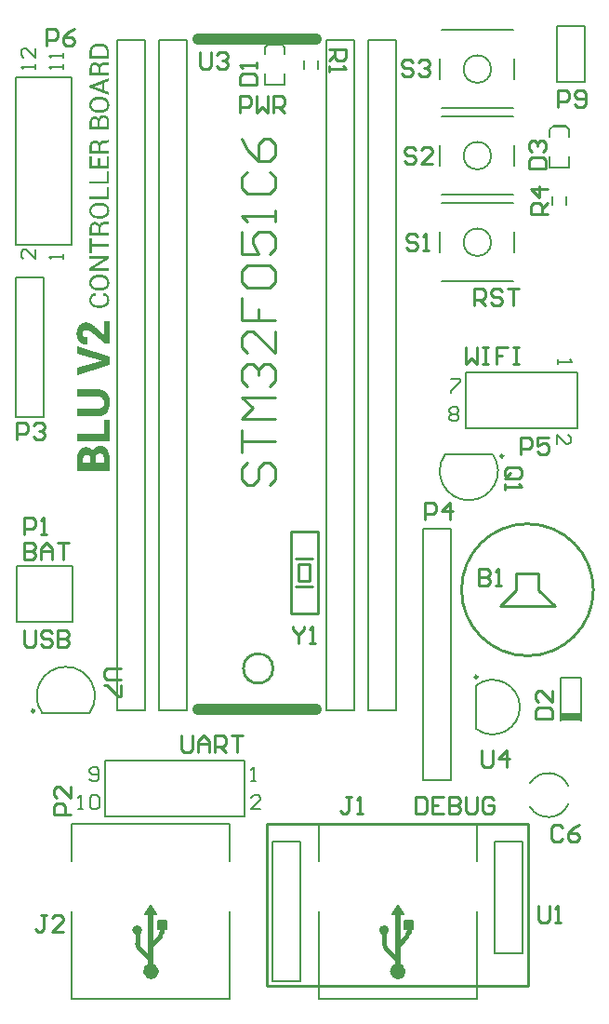
<source format=gto>
G04 Layer_Color=65535*
%FSLAX44Y44*%
%MOMM*%
G71*
G01*
G75*
%ADD34C,0.2000*%
%ADD35C,0.2500*%
%ADD36C,0.8890*%
%ADD37C,0.5080*%
%ADD38C,0.3810*%
%ADD39C,0.1270*%
%ADD40C,0.2540*%
%ADD41C,1.0000*%
%ADD42C,0.2032*%
%ADD43R,1.9000X0.8000*%
G36*
X94864Y724094D02*
X95128Y724064D01*
X95450Y724006D01*
X95831Y723947D01*
X96211Y723859D01*
X96621Y723772D01*
X97061Y723625D01*
X97529Y723479D01*
X97969Y723274D01*
X98437Y723039D01*
X98876Y722776D01*
X99316Y722454D01*
X99726Y722102D01*
X99755Y722073D01*
X99813Y722014D01*
X99931Y721897D01*
X100048Y721751D01*
X100224Y721546D01*
X100399Y721311D01*
X100575Y721019D01*
X100780Y720696D01*
X100985Y720345D01*
X101161Y719964D01*
X101336Y719525D01*
X101512Y719056D01*
X101629Y718559D01*
X101746Y718031D01*
X101805Y717475D01*
X101834Y716889D01*
Y716860D01*
Y716743D01*
X101805Y716597D01*
Y716362D01*
X101776Y716099D01*
X101717Y715806D01*
X101659Y715454D01*
X101571Y715074D01*
X101454Y714693D01*
X101307Y714283D01*
X101161Y713844D01*
X100956Y713434D01*
X100692Y713024D01*
X100429Y712584D01*
X100106Y712204D01*
X99726Y711823D01*
X99696Y711794D01*
X99638Y711735D01*
X99491Y711647D01*
X99345Y711530D01*
X99140Y711384D01*
X98876Y711208D01*
X98583Y711032D01*
X98232Y710856D01*
X97881Y710681D01*
X97471Y710505D01*
X97031Y710329D01*
X96533Y710183D01*
X96036Y710066D01*
X95479Y709978D01*
X94923Y709919D01*
X94308Y709890D01*
X90852D01*
X90618Y709919D01*
X90354Y709949D01*
X90032Y710007D01*
X89681Y710066D01*
X89270Y710124D01*
X88421Y710359D01*
X87982Y710505D01*
X87513Y710710D01*
X87074Y710915D01*
X86606Y711179D01*
X86166Y711471D01*
X85756Y711823D01*
X85727Y711852D01*
X85668Y711911D01*
X85551Y712028D01*
X85405Y712174D01*
X85258Y712379D01*
X85083Y712614D01*
X84878Y712877D01*
X84673Y713170D01*
X84468Y713521D01*
X84263Y713902D01*
X84087Y714312D01*
X83940Y714781D01*
X83794Y715249D01*
X83677Y715776D01*
X83618Y716304D01*
X83589Y716889D01*
Y716919D01*
Y717036D01*
Y717212D01*
X83618Y717417D01*
X83648Y717709D01*
X83706Y718002D01*
X83765Y718354D01*
X83853Y718764D01*
X83970Y719144D01*
X84116Y719584D01*
X84292Y720023D01*
X84497Y720462D01*
X84760Y720872D01*
X85053Y721311D01*
X85375Y721721D01*
X85756Y722102D01*
X85786Y722132D01*
X85844Y722190D01*
X85961Y722278D01*
X86137Y722424D01*
X86342Y722571D01*
X86606Y722747D01*
X86898Y722922D01*
X87220Y723127D01*
X87601Y723303D01*
X88011Y723479D01*
X88450Y723654D01*
X88948Y723801D01*
X89446Y723947D01*
X90003Y724035D01*
X90559Y724094D01*
X91174Y724123D01*
X94630D01*
X94864Y724094D01*
D02*
G37*
G36*
X101600Y705028D02*
X101571Y704999D01*
X101512Y704941D01*
X101424Y704882D01*
X101307Y704765D01*
X101131Y704677D01*
X100926Y704560D01*
X100663Y704472D01*
X100399Y704413D01*
X100370D01*
X100253Y704384D01*
X100106D01*
X99872Y704355D01*
X99638Y704325D01*
X99345D01*
X98730Y704296D01*
X96885D01*
X96621Y704267D01*
X96299Y704179D01*
X95919Y704091D01*
X95538Y703945D01*
X95157Y703740D01*
X94806Y703447D01*
X94776Y703418D01*
X94659Y703300D01*
X94513Y703095D01*
X94366Y702861D01*
X94191Y702510D01*
X94073Y702129D01*
X93956Y701690D01*
X93927Y701192D01*
Y697063D01*
X101600D01*
Y694661D01*
X83853D01*
Y700753D01*
Y700782D01*
Y700870D01*
Y701046D01*
X83882Y701221D01*
Y701485D01*
X83911Y701748D01*
X83970Y702070D01*
X84028Y702393D01*
X84175Y703095D01*
X84409Y703857D01*
X84731Y704560D01*
X84936Y704882D01*
X85170Y705175D01*
Y705204D01*
X85229Y705233D01*
X85317Y705321D01*
X85405Y705409D01*
X85551Y705526D01*
X85698Y705673D01*
X86108Y705966D01*
X86664Y706229D01*
X87308Y706493D01*
X88041Y706668D01*
X88480Y706698D01*
X88919Y706727D01*
X89153D01*
X89417Y706698D01*
X89739Y706639D01*
X90120Y706551D01*
X90500Y706434D01*
X90911Y706258D01*
X91320Y706024D01*
X91350Y705995D01*
X91496Y705907D01*
X91672Y705731D01*
X91877Y705497D01*
X92141Y705204D01*
X92404Y704853D01*
X92668Y704443D01*
X92902Y703945D01*
Y703974D01*
X92931Y704003D01*
X92990Y704179D01*
X93107Y704443D01*
X93283Y704765D01*
X93488Y705116D01*
X93751Y705468D01*
X94073Y705790D01*
X94454Y706053D01*
X94513Y706083D01*
X94630Y706141D01*
X94864Y706258D01*
X95186Y706376D01*
X95567Y706493D01*
X96006Y706610D01*
X96533Y706668D01*
X97090Y706698D01*
X99052D01*
X99257Y706727D01*
X99491D01*
X99726Y706786D01*
X100253Y706873D01*
X100282D01*
X100370Y706903D01*
X100487Y706961D01*
X100634Y707020D01*
X100956Y707196D01*
X101307Y707488D01*
X101600D01*
Y705028D01*
D02*
G37*
G36*
X85756Y686285D02*
X101600D01*
Y683884D01*
X85756D01*
Y678114D01*
X83853D01*
Y692142D01*
X85756D01*
Y686285D01*
D02*
G37*
G36*
X101600Y727608D02*
X83853D01*
Y730010D01*
X99726D01*
Y738678D01*
X101600D01*
Y727608D01*
D02*
G37*
G36*
Y779240D02*
X101571Y779210D01*
X101512Y779152D01*
X101424Y779093D01*
X101307Y778976D01*
X101131Y778888D01*
X100926Y778771D01*
X100663Y778683D01*
X100399Y778625D01*
X100370D01*
X100253Y778595D01*
X100106D01*
X99872Y778566D01*
X99638Y778537D01*
X99345D01*
X98730Y778508D01*
X96885D01*
X96621Y778478D01*
X96299Y778390D01*
X95919Y778303D01*
X95538Y778156D01*
X95157Y777951D01*
X94806Y777658D01*
X94776Y777629D01*
X94659Y777512D01*
X94513Y777307D01*
X94366Y777073D01*
X94191Y776721D01*
X94073Y776340D01*
X93956Y775901D01*
X93927Y775403D01*
Y771274D01*
X101600D01*
Y768872D01*
X83853D01*
Y774964D01*
Y774993D01*
Y775081D01*
Y775257D01*
X83882Y775432D01*
Y775696D01*
X83911Y775960D01*
X83970Y776282D01*
X84028Y776604D01*
X84175Y777307D01*
X84409Y778068D01*
X84731Y778771D01*
X84936Y779093D01*
X85170Y779386D01*
Y779415D01*
X85229Y779445D01*
X85317Y779532D01*
X85405Y779620D01*
X85551Y779737D01*
X85698Y779884D01*
X86108Y780177D01*
X86664Y780440D01*
X87308Y780704D01*
X88041Y780880D01*
X88480Y780909D01*
X88919Y780938D01*
X89153D01*
X89417Y780909D01*
X89739Y780850D01*
X90120Y780762D01*
X90500Y780645D01*
X90911Y780470D01*
X91320Y780235D01*
X91350Y780206D01*
X91496Y780118D01*
X91672Y779942D01*
X91877Y779708D01*
X92141Y779415D01*
X92404Y779064D01*
X92668Y778654D01*
X92902Y778156D01*
Y778185D01*
X92931Y778215D01*
X92990Y778390D01*
X93107Y778654D01*
X93283Y778976D01*
X93488Y779327D01*
X93751Y779679D01*
X94073Y780001D01*
X94454Y780265D01*
X94513Y780294D01*
X94630Y780352D01*
X94864Y780470D01*
X95186Y780587D01*
X95567Y780704D01*
X96006Y780821D01*
X96533Y780880D01*
X97090Y780909D01*
X99052D01*
X99257Y780938D01*
X99491D01*
X99726Y780997D01*
X100253Y781085D01*
X100282D01*
X100370Y781114D01*
X100487Y781172D01*
X100634Y781231D01*
X100956Y781407D01*
X101307Y781700D01*
X101600D01*
Y779240D01*
D02*
G37*
G36*
Y755079D02*
X83853D01*
Y765885D01*
X85756D01*
Y757480D01*
X91496D01*
Y764772D01*
X93371D01*
Y757480D01*
X99726D01*
Y766032D01*
X101600D01*
Y755079D01*
D02*
G37*
G36*
Y741343D02*
X83853D01*
Y743745D01*
X99726D01*
Y752413D01*
X101600D01*
Y741343D01*
D02*
G37*
G36*
Y673165D02*
X88041Y664613D01*
X88070Y664526D01*
X101600D01*
Y662124D01*
X83853D01*
Y664526D01*
X97412Y673077D01*
X97383Y673165D01*
X83853D01*
Y675566D01*
X101600D01*
Y673165D01*
D02*
G37*
G36*
X92481Y554529D02*
X92920Y554480D01*
X93408Y554382D01*
X93945Y554284D01*
X94531Y554138D01*
X95166Y553992D01*
X95800Y553747D01*
X96484Y553455D01*
X97167Y553162D01*
X97802Y552722D01*
X98437Y552283D01*
X99022Y551746D01*
X99608Y551160D01*
X99657Y551111D01*
X99706Y551014D01*
X99852Y550818D01*
X100048Y550574D01*
X100243Y550233D01*
X100487Y549793D01*
X100780Y549354D01*
X101024Y548817D01*
X101268Y548182D01*
X101561Y547547D01*
X101805Y546815D01*
X102000Y546034D01*
X102196Y545204D01*
X102293Y544325D01*
X102391Y543349D01*
X102440Y542373D01*
Y542324D01*
Y542129D01*
Y541836D01*
X102391Y541445D01*
X102342Y541006D01*
X102293Y540469D01*
X102196Y539883D01*
X102098Y539199D01*
X101756Y537784D01*
X101512Y537051D01*
X101219Y536319D01*
X100926Y535587D01*
X100536Y534855D01*
X100096Y534171D01*
X99608Y533488D01*
X99559Y533439D01*
X99462Y533341D01*
X99315Y533195D01*
X99071Y532951D01*
X98778Y532706D01*
X98437Y532414D01*
X97997Y532121D01*
X97509Y531828D01*
X96972Y531486D01*
X96386Y531193D01*
X95751Y530900D01*
X95019Y530656D01*
X94287Y530412D01*
X93457Y530266D01*
X92578Y530168D01*
X91651Y530119D01*
X72465D01*
Y537003D01*
X92090D01*
X92578Y537100D01*
X93213Y537198D01*
X93848Y537344D01*
X94531Y537588D01*
X95215Y537930D01*
X95800Y538418D01*
X95849Y538467D01*
X95996Y538711D01*
X96240Y539004D01*
X96484Y539444D01*
X96777Y540029D01*
X96972Y540713D01*
X97167Y541494D01*
X97216Y542373D01*
Y542421D01*
Y542470D01*
Y542763D01*
X97119Y543251D01*
X97021Y543788D01*
X96874Y544423D01*
X96630Y545058D01*
X96289Y545692D01*
X95849Y546278D01*
X95800Y546327D01*
X95605Y546522D01*
X95263Y546717D01*
X94775Y547010D01*
X94189Y547254D01*
X93457Y547499D01*
X92627Y547645D01*
X91651Y547694D01*
X72465D01*
Y554577D01*
X92139D01*
X92481Y554529D01*
D02*
G37*
G36*
X102049Y507028D02*
X72465D01*
Y513911D01*
X96777D01*
Y526604D01*
X102049D01*
Y507028D01*
D02*
G37*
G36*
X94043Y502927D02*
X94385Y502878D01*
X94824Y502829D01*
X95751Y502634D01*
X96826Y502244D01*
X97363Y502048D01*
X97900Y501755D01*
X98437Y501414D01*
X98925Y501023D01*
X99413Y500584D01*
X99852Y500047D01*
Y499998D01*
X99950Y499900D01*
X100048Y499754D01*
X100194Y499510D01*
X100340Y499217D01*
X100536Y498875D01*
X100731Y498436D01*
X100926Y497948D01*
X101170Y497362D01*
X101366Y496776D01*
X101561Y496092D01*
X101707Y495311D01*
X101854Y494530D01*
X101952Y493652D01*
X102000Y492724D01*
X102049Y491748D01*
Y480470D01*
X72465D01*
Y490136D01*
Y490185D01*
Y490381D01*
Y490673D01*
X72514Y491064D01*
Y491503D01*
X72563Y492040D01*
X72611Y492626D01*
X72709Y493261D01*
X72953Y494677D01*
X73344Y496092D01*
X73832Y497459D01*
X74174Y498143D01*
X74515Y498729D01*
Y498778D01*
X74613Y498875D01*
X74711Y499022D01*
X74906Y499217D01*
X75394Y499705D01*
X76029Y500291D01*
X76908Y500877D01*
X77933Y501365D01*
X78567Y501560D01*
X79202Y501707D01*
X79885Y501804D01*
X80618Y501853D01*
X80960D01*
X81350Y501804D01*
X81887Y501755D01*
X82473Y501609D01*
X83108Y501463D01*
X83742Y501218D01*
X84377Y500877D01*
X84426Y500828D01*
X84621Y500681D01*
X84914Y500437D01*
X85304Y500144D01*
X85695Y499705D01*
X86085Y499168D01*
X86476Y498533D01*
X86818Y497801D01*
Y497850D01*
X86867Y497899D01*
Y498045D01*
X86915Y498241D01*
X87111Y498680D01*
X87355Y499266D01*
X87648Y499900D01*
X88087Y500584D01*
X88575Y501170D01*
X89210Y501707D01*
X89307Y501755D01*
X89503Y501902D01*
X89893Y502097D01*
X90381Y502341D01*
X90967Y502585D01*
X91700Y502781D01*
X92481Y502927D01*
X93311Y502976D01*
X93701D01*
X94043Y502927D01*
D02*
G37*
G36*
X102049Y584064D02*
Y576643D01*
X72465Y567124D01*
Y574300D01*
X94043Y580061D01*
X95117Y580256D01*
Y580402D01*
X94141Y580598D01*
X72465Y586456D01*
Y593681D01*
X102049Y584064D01*
D02*
G37*
G36*
X94864Y658610D02*
X95128Y658580D01*
X95450Y658522D01*
X95831Y658463D01*
X96211Y658375D01*
X96621Y658288D01*
X97061Y658141D01*
X97529Y657995D01*
X97969Y657790D01*
X98437Y657555D01*
X98876Y657292D01*
X99316Y656970D01*
X99726Y656618D01*
X99755Y656589D01*
X99813Y656531D01*
X99931Y656413D01*
X100048Y656267D01*
X100224Y656062D01*
X100399Y655828D01*
X100575Y655535D01*
X100780Y655213D01*
X100985Y654861D01*
X101161Y654480D01*
X101336Y654041D01*
X101512Y653573D01*
X101629Y653075D01*
X101746Y652548D01*
X101805Y651991D01*
X101834Y651405D01*
Y651376D01*
Y651259D01*
X101805Y651113D01*
Y650878D01*
X101776Y650615D01*
X101717Y650322D01*
X101659Y649970D01*
X101571Y649590D01*
X101454Y649209D01*
X101307Y648799D01*
X101161Y648360D01*
X100956Y647950D01*
X100692Y647540D01*
X100429Y647100D01*
X100106Y646720D01*
X99726Y646339D01*
X99696Y646310D01*
X99638Y646251D01*
X99491Y646163D01*
X99345Y646046D01*
X99140Y645900D01*
X98876Y645724D01*
X98583Y645548D01*
X98232Y645372D01*
X97881Y645197D01*
X97471Y645021D01*
X97031Y644845D01*
X96533Y644699D01*
X96036Y644582D01*
X95479Y644494D01*
X94923Y644435D01*
X94308Y644406D01*
X90852D01*
X90618Y644435D01*
X90354Y644464D01*
X90032Y644523D01*
X89681Y644582D01*
X89270Y644640D01*
X88421Y644875D01*
X87982Y645021D01*
X87513Y645226D01*
X87074Y645431D01*
X86606Y645695D01*
X86166Y645987D01*
X85756Y646339D01*
X85727Y646368D01*
X85668Y646427D01*
X85551Y646544D01*
X85405Y646690D01*
X85258Y646895D01*
X85083Y647130D01*
X84878Y647393D01*
X84673Y647686D01*
X84468Y648037D01*
X84263Y648418D01*
X84087Y648828D01*
X83940Y649297D01*
X83794Y649765D01*
X83677Y650293D01*
X83618Y650820D01*
X83589Y651405D01*
Y651435D01*
Y651552D01*
Y651728D01*
X83618Y651933D01*
X83648Y652225D01*
X83706Y652518D01*
X83765Y652870D01*
X83853Y653280D01*
X83970Y653660D01*
X84116Y654100D01*
X84292Y654539D01*
X84497Y654978D01*
X84760Y655388D01*
X85053Y655828D01*
X85375Y656238D01*
X85756Y656618D01*
X85786Y656648D01*
X85844Y656706D01*
X85961Y656794D01*
X86137Y656941D01*
X86342Y657087D01*
X86606Y657263D01*
X86898Y657438D01*
X87220Y657643D01*
X87601Y657819D01*
X88011Y657995D01*
X88450Y658170D01*
X88948Y658317D01*
X89446Y658463D01*
X90003Y658551D01*
X90559Y658610D01*
X91174Y658639D01*
X94630D01*
X94864Y658610D01*
D02*
G37*
G36*
X96416Y641946D02*
X96621D01*
X96885Y641887D01*
X97471Y641770D01*
X98115Y641565D01*
X98466Y641419D01*
X98818Y641272D01*
X99169Y641067D01*
X99521Y640804D01*
X99843Y640540D01*
X100165Y640218D01*
X100194Y640189D01*
X100224Y640130D01*
X100311Y640042D01*
X100429Y639896D01*
X100546Y639720D01*
X100692Y639486D01*
X100839Y639222D01*
X100985Y638929D01*
X101161Y638607D01*
X101307Y638256D01*
X101454Y637875D01*
X101571Y637436D01*
X101688Y636997D01*
X101776Y636499D01*
X101805Y636001D01*
X101834Y635444D01*
Y635415D01*
Y635298D01*
X101805Y635151D01*
Y634947D01*
X101776Y634683D01*
X101717Y634390D01*
X101659Y634068D01*
X101571Y633687D01*
X101454Y633307D01*
X101307Y632926D01*
X101161Y632516D01*
X100956Y632106D01*
X100692Y631696D01*
X100429Y631286D01*
X100106Y630905D01*
X99726Y630524D01*
X99696Y630495D01*
X99638Y630437D01*
X99491Y630349D01*
X99345Y630232D01*
X99140Y630085D01*
X98876Y629939D01*
X98583Y629763D01*
X98232Y629587D01*
X97881Y629411D01*
X97471Y629236D01*
X97031Y629089D01*
X96533Y628943D01*
X96036Y628826D01*
X95479Y628738D01*
X94923Y628679D01*
X94308Y628650D01*
X90852D01*
X90618Y628679D01*
X90354Y628709D01*
X90032Y628738D01*
X89651Y628796D01*
X89270Y628884D01*
X88421Y629119D01*
X87953Y629265D01*
X87513Y629441D01*
X87045Y629646D01*
X86606Y629909D01*
X86166Y630202D01*
X85756Y630524D01*
X85727Y630554D01*
X85668Y630612D01*
X85551Y630729D01*
X85405Y630876D01*
X85258Y631051D01*
X85083Y631286D01*
X84878Y631549D01*
X84673Y631842D01*
X84468Y632194D01*
X84263Y632574D01*
X84087Y632955D01*
X83940Y633394D01*
X83794Y633863D01*
X83677Y634361D01*
X83618Y634888D01*
X83589Y635444D01*
Y635474D01*
Y635591D01*
Y635737D01*
X83618Y635942D01*
X83648Y636206D01*
X83677Y636499D01*
X83735Y636821D01*
X83794Y637172D01*
X83970Y637934D01*
X84263Y638754D01*
X84438Y639134D01*
X84673Y639515D01*
X84907Y639896D01*
X85200Y640247D01*
X85229Y640277D01*
X85288Y640335D01*
X85375Y640423D01*
X85493Y640540D01*
X85639Y640657D01*
X85844Y640804D01*
X86078Y640980D01*
X86342Y641126D01*
X86635Y641302D01*
X86957Y641448D01*
X87660Y641741D01*
X88070Y641829D01*
X88509Y641917D01*
X88978Y641975D01*
X89446D01*
X89534Y641946D01*
Y639632D01*
X89358D01*
X89212Y639603D01*
X88890Y639574D01*
X88450Y639486D01*
X87982Y639369D01*
X87484Y639164D01*
X87015Y638900D01*
X86576Y638519D01*
X86518Y638461D01*
X86400Y638314D01*
X86225Y638080D01*
X86020Y637729D01*
X85844Y637289D01*
X85668Y636762D01*
X85551Y636147D01*
X85493Y635444D01*
Y635415D01*
Y635356D01*
Y635239D01*
X85522Y635122D01*
X85551Y634947D01*
X85580Y634742D01*
X85698Y634273D01*
X85903Y633775D01*
X86195Y633248D01*
X86371Y632955D01*
X86576Y632721D01*
X86840Y632457D01*
X87133Y632223D01*
X87162D01*
X87191Y632164D01*
X87308Y632106D01*
X87425Y632047D01*
X87572Y631959D01*
X87777Y631842D01*
X87982Y631754D01*
X88245Y631637D01*
X88831Y631432D01*
X89505Y631227D01*
X90295Y631110D01*
X91145Y631051D01*
X94542D01*
X94718Y631081D01*
X94923D01*
X95157Y631110D01*
X95714Y631198D01*
X96358Y631344D01*
X97061Y631549D01*
X97734Y631842D01*
X98378Y632223D01*
X98408Y632252D01*
X98437Y632281D01*
X98642Y632457D01*
X98876Y632721D01*
X99169Y633072D01*
X99491Y633541D01*
X99726Y634097D01*
X99931Y634712D01*
X99960Y635064D01*
X99989Y635444D01*
Y635474D01*
Y635532D01*
Y635649D01*
X99960Y635766D01*
Y635942D01*
X99931Y636118D01*
X99843Y636587D01*
X99726Y637084D01*
X99521Y637582D01*
X99257Y638080D01*
X98906Y638519D01*
X98847Y638578D01*
X98701Y638695D01*
X98466Y638871D01*
X98115Y639076D01*
X97705Y639281D01*
X97178Y639457D01*
X96592Y639574D01*
X95919Y639632D01*
Y641946D01*
X96006Y641975D01*
X96241D01*
X96416Y641946D01*
D02*
G37*
G36*
X102049Y595732D02*
X97607D01*
X87599Y604812D01*
X87550D01*
X87501Y604910D01*
X87257Y605105D01*
X86867Y605447D01*
X86329Y605837D01*
X85793Y606277D01*
X85158Y606716D01*
X84523Y607155D01*
X83889Y607497D01*
X83840Y607546D01*
X83596Y607643D01*
X83303Y607790D01*
X82912Y607936D01*
X82473Y608083D01*
X82034Y608229D01*
X81545Y608327D01*
X81057Y608376D01*
X80764D01*
X80471Y608327D01*
X80081Y608278D01*
X79641Y608180D01*
X79202Y608034D01*
X78763Y607839D01*
X78372Y607595D01*
X78323Y607546D01*
X78226Y607448D01*
X78030Y607253D01*
X77835Y607009D01*
X77689Y606667D01*
X77493Y606228D01*
X77396Y605691D01*
X77347Y605105D01*
Y605056D01*
Y604861D01*
X77396Y604568D01*
X77493Y604177D01*
X77689Y603787D01*
X77884Y603396D01*
X78226Y602957D01*
X78665Y602615D01*
X78714Y602566D01*
X78909Y602469D01*
X79153Y602322D01*
X79544Y602176D01*
X80032Y602029D01*
X80618Y601883D01*
X81252Y601785D01*
X81985Y601736D01*
Y594999D01*
X81838Y594950D01*
X81448D01*
X81155Y594999D01*
X80813D01*
X80374Y595048D01*
X79934Y595146D01*
X79446Y595243D01*
X78323Y595585D01*
X77786Y595780D01*
X77200Y596025D01*
X76615Y596366D01*
X76029Y596708D01*
X75443Y597147D01*
X74906Y597635D01*
X74857Y597684D01*
X74759Y597782D01*
X74662Y597928D01*
X74467Y598172D01*
X74222Y598417D01*
X73978Y598758D01*
X73734Y599198D01*
X73441Y599637D01*
X73197Y600125D01*
X72953Y600711D01*
X72709Y601297D01*
X72465Y601980D01*
X72270Y602713D01*
X72172Y603445D01*
X72074Y604275D01*
X72026Y605105D01*
Y605154D01*
Y605300D01*
Y605593D01*
X72074Y605935D01*
Y606325D01*
X72172Y606814D01*
X72221Y607302D01*
X72319Y607887D01*
X72611Y609108D01*
X73051Y610328D01*
X73295Y610963D01*
X73637Y611549D01*
X73978Y612086D01*
X74418Y612623D01*
X74467Y612672D01*
X74515Y612720D01*
X74662Y612867D01*
X74857Y613013D01*
X75101Y613257D01*
X75394Y613453D01*
X75736Y613697D01*
X76126Y613941D01*
X76566Y614185D01*
X77054Y614429D01*
X78226Y614869D01*
X79495Y615162D01*
X80227Y615210D01*
X81008Y615259D01*
X81496D01*
X81985Y615162D01*
X82668Y615064D01*
X83449Y614917D01*
X84279Y614624D01*
X85158Y614283D01*
X85988Y613795D01*
X86085Y613746D01*
X86232Y613648D01*
X86378Y613502D01*
X86622Y613355D01*
X86867Y613111D01*
X87208Y612867D01*
X87599Y612574D01*
X88038Y612232D01*
X88477Y611842D01*
X89015Y611402D01*
X89600Y610914D01*
X90235Y610377D01*
X90870Y609791D01*
X91602Y609108D01*
X92383Y608424D01*
X96679Y604812D01*
X96777Y604861D01*
Y616284D01*
X102049D01*
Y595732D01*
D02*
G37*
G36*
X101600Y834649D02*
X97031Y833097D01*
Y826390D01*
X101600Y824809D01*
Y822349D01*
X83853Y828763D01*
Y830813D01*
X101600Y837109D01*
Y834649D01*
D02*
G37*
G36*
X378240Y63500D02*
X370740D01*
Y71000D01*
X378240D01*
Y63500D01*
D02*
G37*
G36*
X153450D02*
X145950D01*
Y71000D01*
X153450D01*
Y63500D01*
D02*
G37*
G36*
X101600Y850054D02*
X101571Y850024D01*
X101512Y849966D01*
X101424Y849907D01*
X101307Y849790D01*
X101131Y849702D01*
X100926Y849585D01*
X100663Y849497D01*
X100399Y849439D01*
X100370D01*
X100253Y849409D01*
X100106D01*
X99872Y849380D01*
X99638Y849351D01*
X99345D01*
X98730Y849322D01*
X96885D01*
X96621Y849292D01*
X96299Y849204D01*
X95919Y849117D01*
X95538Y848970D01*
X95157Y848765D01*
X94806Y848472D01*
X94776Y848443D01*
X94659Y848326D01*
X94513Y848121D01*
X94366Y847887D01*
X94191Y847535D01*
X94073Y847154D01*
X93956Y846715D01*
X93927Y846217D01*
Y842088D01*
X101600D01*
Y839686D01*
X83853D01*
Y845778D01*
Y845807D01*
Y845895D01*
Y846071D01*
X83882Y846246D01*
Y846510D01*
X83911Y846774D01*
X83970Y847096D01*
X84028Y847418D01*
X84175Y848121D01*
X84409Y848882D01*
X84731Y849585D01*
X84936Y849907D01*
X85170Y850200D01*
Y850229D01*
X85229Y850259D01*
X85317Y850347D01*
X85405Y850434D01*
X85551Y850552D01*
X85698Y850698D01*
X86108Y850991D01*
X86664Y851254D01*
X87308Y851518D01*
X88041Y851694D01*
X88480Y851723D01*
X88919Y851752D01*
X89153D01*
X89417Y851723D01*
X89739Y851664D01*
X90120Y851577D01*
X90500Y851459D01*
X90911Y851284D01*
X91320Y851049D01*
X91350Y851020D01*
X91496Y850932D01*
X91672Y850757D01*
X91877Y850522D01*
X92141Y850229D01*
X92404Y849878D01*
X92668Y849468D01*
X92902Y848970D01*
Y848999D01*
X92931Y849029D01*
X92990Y849204D01*
X93107Y849468D01*
X93283Y849790D01*
X93488Y850142D01*
X93751Y850493D01*
X94073Y850815D01*
X94454Y851079D01*
X94513Y851108D01*
X94630Y851167D01*
X94864Y851284D01*
X95186Y851401D01*
X95567Y851518D01*
X96006Y851635D01*
X96533Y851694D01*
X97090Y851723D01*
X99052D01*
X99257Y851752D01*
X99491D01*
X99726Y851811D01*
X100253Y851899D01*
X100282D01*
X100370Y851928D01*
X100487Y851987D01*
X100634Y852045D01*
X100956Y852221D01*
X101307Y852514D01*
X101600D01*
Y850054D01*
D02*
G37*
G36*
X94513Y868855D02*
X94806Y868826D01*
X95157Y868768D01*
X95508Y868709D01*
X95919Y868621D01*
X96358Y868504D01*
X96797Y868357D01*
X97266Y868211D01*
X97734Y868006D01*
X98174Y867742D01*
X98642Y867479D01*
X99081Y867157D01*
X99491Y866776D01*
X99521Y866747D01*
X99579Y866688D01*
X99696Y866571D01*
X99813Y866395D01*
X99989Y866190D01*
X100165Y865927D01*
X100341Y865634D01*
X100546Y865283D01*
X100751Y864902D01*
X100926Y864492D01*
X101102Y864023D01*
X101278Y863525D01*
X101395Y862998D01*
X101512Y862412D01*
X101571Y861827D01*
X101600Y861182D01*
Y855589D01*
X83853D01*
Y861182D01*
Y861212D01*
Y861329D01*
Y861505D01*
X83882Y861768D01*
X83911Y862061D01*
X83970Y862383D01*
X84028Y862764D01*
X84116Y863203D01*
X84233Y863613D01*
X84380Y864082D01*
X84555Y864550D01*
X84760Y865019D01*
X84995Y865488D01*
X85288Y865927D01*
X85610Y866366D01*
X85990Y866776D01*
X86020Y866805D01*
X86078Y866864D01*
X86195Y866981D01*
X86371Y867098D01*
X86576Y867274D01*
X86840Y867450D01*
X87133Y867625D01*
X87484Y867830D01*
X87865Y868035D01*
X88275Y868211D01*
X88743Y868387D01*
X89212Y868563D01*
X89739Y868680D01*
X90325Y868797D01*
X90911Y868855D01*
X91525Y868885D01*
X94278D01*
X94513Y868855D01*
D02*
G37*
G36*
X144700Y77500D02*
X134700D01*
X139700Y84500D01*
X144700Y77500D01*
D02*
G37*
G36*
X369490D02*
X359490D01*
X364490Y84500D01*
X369490Y77500D01*
D02*
G37*
G36*
X97002Y803869D02*
X97207Y803840D01*
X97441Y803811D01*
X97969Y803694D01*
X98583Y803518D01*
X99199Y803225D01*
X99521Y803049D01*
X99813Y802844D01*
X100077Y802610D01*
X100341Y802317D01*
Y802288D01*
X100399Y802259D01*
X100458Y802141D01*
X100546Y802024D01*
X100634Y801878D01*
X100751Y801673D01*
X100839Y801439D01*
X100956Y801204D01*
X101073Y800911D01*
X101190Y800589D01*
X101307Y800238D01*
X101395Y799857D01*
X101541Y799008D01*
X101571Y798539D01*
X101600Y798041D01*
Y790983D01*
X83853D01*
Y796782D01*
Y796811D01*
Y796899D01*
Y797046D01*
X83882Y797251D01*
Y797485D01*
X83911Y797748D01*
X83940Y798041D01*
X83999Y798363D01*
X84145Y799066D01*
X84350Y799799D01*
X84643Y800501D01*
X85053Y801146D01*
Y801175D01*
X85112Y801204D01*
X85288Y801380D01*
X85551Y801644D01*
X85961Y801936D01*
X86459Y802229D01*
X87074Y802493D01*
X87806Y802669D01*
X88216Y802698D01*
X88656Y802727D01*
X88861D01*
X89066Y802698D01*
X89329Y802639D01*
X89651Y802551D01*
X90003Y802405D01*
X90354Y802229D01*
X90705Y801995D01*
X90735Y801966D01*
X90852Y801878D01*
X91028Y801702D01*
X91233Y801497D01*
X91438Y801234D01*
X91672Y800911D01*
X91906Y800531D01*
X92111Y800121D01*
Y800150D01*
Y800209D01*
X92141Y800296D01*
X92170Y800414D01*
X92258Y800736D01*
X92375Y801116D01*
X92580Y801556D01*
X92843Y802024D01*
X93195Y802464D01*
X93634Y802874D01*
X93693Y802932D01*
X93868Y803049D01*
X94132Y803196D01*
X94483Y803401D01*
X94923Y803577D01*
X95421Y803752D01*
X95977Y803869D01*
X96592Y803899D01*
X96826D01*
X97002Y803869D01*
D02*
G37*
G36*
X94864Y820387D02*
X95128Y820358D01*
X95450Y820299D01*
X95831Y820240D01*
X96211Y820153D01*
X96621Y820065D01*
X97061Y819918D01*
X97529Y819772D01*
X97969Y819567D01*
X98437Y819332D01*
X98876Y819069D01*
X99316Y818747D01*
X99726Y818395D01*
X99755Y818366D01*
X99813Y818307D01*
X99931Y818190D01*
X100048Y818044D01*
X100224Y817839D01*
X100399Y817605D01*
X100575Y817312D01*
X100780Y816990D01*
X100985Y816638D01*
X101161Y816257D01*
X101336Y815818D01*
X101512Y815350D01*
X101629Y814852D01*
X101746Y814324D01*
X101805Y813768D01*
X101834Y813182D01*
Y813153D01*
Y813036D01*
X101805Y812889D01*
Y812655D01*
X101776Y812392D01*
X101717Y812099D01*
X101659Y811747D01*
X101571Y811367D01*
X101454Y810986D01*
X101307Y810576D01*
X101161Y810137D01*
X100956Y809727D01*
X100692Y809317D01*
X100429Y808877D01*
X100106Y808497D01*
X99726Y808116D01*
X99696Y808086D01*
X99638Y808028D01*
X99491Y807940D01*
X99345Y807823D01*
X99140Y807676D01*
X98876Y807501D01*
X98583Y807325D01*
X98232Y807149D01*
X97881Y806974D01*
X97471Y806798D01*
X97031Y806622D01*
X96533Y806476D01*
X96036Y806359D01*
X95479Y806271D01*
X94923Y806212D01*
X94308Y806183D01*
X90852D01*
X90618Y806212D01*
X90354Y806242D01*
X90032Y806300D01*
X89681Y806359D01*
X89270Y806417D01*
X88421Y806652D01*
X87982Y806798D01*
X87513Y807003D01*
X87074Y807208D01*
X86606Y807471D01*
X86166Y807764D01*
X85756Y808116D01*
X85727Y808145D01*
X85668Y808204D01*
X85551Y808321D01*
X85405Y808467D01*
X85258Y808672D01*
X85083Y808907D01*
X84878Y809170D01*
X84673Y809463D01*
X84468Y809814D01*
X84263Y810195D01*
X84087Y810605D01*
X83940Y811074D01*
X83794Y811542D01*
X83677Y812069D01*
X83618Y812597D01*
X83589Y813182D01*
Y813212D01*
Y813329D01*
Y813504D01*
X83618Y813709D01*
X83648Y814002D01*
X83706Y814295D01*
X83765Y814647D01*
X83853Y815057D01*
X83970Y815437D01*
X84116Y815877D01*
X84292Y816316D01*
X84497Y816755D01*
X84760Y817165D01*
X85053Y817605D01*
X85375Y818015D01*
X85756Y818395D01*
X85786Y818425D01*
X85844Y818483D01*
X85961Y818571D01*
X86137Y818717D01*
X86342Y818864D01*
X86606Y819040D01*
X86898Y819215D01*
X87220Y819420D01*
X87601Y819596D01*
X88011Y819772D01*
X88450Y819948D01*
X88948Y820094D01*
X89446Y820240D01*
X90003Y820328D01*
X90559Y820387D01*
X91174Y820416D01*
X94630D01*
X94864Y820387D01*
D02*
G37*
%LPC*%
G36*
X81350Y494970D02*
X81057D01*
X80715Y494921D01*
X80325Y494823D01*
X79885Y494677D01*
X79397Y494433D01*
X79007Y494140D01*
X78616Y493749D01*
X78567Y493700D01*
X78470Y493554D01*
X78323Y493261D01*
X78177Y492870D01*
X78030Y492333D01*
X77884Y491748D01*
X77786Y491015D01*
X77737Y490136D01*
Y487354D01*
X84816D01*
Y490039D01*
Y490088D01*
Y490136D01*
Y490429D01*
X84767Y490869D01*
X84719Y491455D01*
X84621Y492040D01*
X84426Y492675D01*
X84230Y493261D01*
X83937Y493749D01*
X83889Y493798D01*
X83791Y493944D01*
X83547Y494140D01*
X83303Y494384D01*
X82912Y494579D01*
X82473Y494774D01*
X81936Y494921D01*
X81350Y494970D01*
D02*
G37*
G36*
X93262Y496141D02*
X92969D01*
X92627Y496092D01*
X92188Y496044D01*
X91700Y495897D01*
X91260Y495751D01*
X90772Y495507D01*
X90381Y495165D01*
X90333Y495116D01*
X90235Y494970D01*
X90089Y494725D01*
X89893Y494384D01*
X89698Y493944D01*
X89552Y493407D01*
X89405Y492773D01*
X89356Y491992D01*
Y491748D01*
Y487354D01*
X96777D01*
Y491748D01*
Y491796D01*
Y491845D01*
Y492089D01*
X96728Y492480D01*
X96679Y492968D01*
X96581Y493505D01*
X96435Y494042D01*
X96240Y494579D01*
X95947Y495018D01*
X95898Y495067D01*
X95800Y495214D01*
X95556Y495360D01*
X95263Y495604D01*
X94922Y495799D01*
X94433Y495946D01*
X93896Y496092D01*
X93262Y496141D01*
D02*
G37*
G36*
X93956Y866483D02*
X91262D01*
X91086Y866454D01*
X90852D01*
X90618Y866395D01*
X90032Y866308D01*
X89388Y866132D01*
X88685Y865868D01*
X88333Y865722D01*
X88011Y865517D01*
X87689Y865312D01*
X87367Y865048D01*
X87338Y865019D01*
X87308Y864990D01*
X87220Y864902D01*
X87103Y864785D01*
X86986Y864638D01*
X86869Y864463D01*
X86723Y864258D01*
X86547Y864053D01*
X86254Y863496D01*
X86020Y862822D01*
X85815Y862061D01*
X85786Y861622D01*
X85756Y861182D01*
Y857990D01*
X99726D01*
Y861182D01*
Y861212D01*
Y861300D01*
Y861417D01*
X99696Y861592D01*
X99667Y861797D01*
X99638Y862032D01*
X99521Y862588D01*
X99345Y863203D01*
X99052Y863848D01*
X98847Y864170D01*
X98642Y864492D01*
X98408Y864785D01*
X98115Y865048D01*
X98086Y865078D01*
X98027Y865107D01*
X97939Y865195D01*
X97822Y865283D01*
X97676Y865370D01*
X97471Y865517D01*
X97236Y865634D01*
X97002Y865780D01*
X96709Y865898D01*
X96387Y866044D01*
X95684Y866249D01*
X94864Y866425D01*
X94425Y866454D01*
X93956Y866483D01*
D02*
G37*
G36*
X96621Y801497D02*
X96387D01*
X96124Y801439D01*
X95772Y801380D01*
X95391Y801263D01*
X95011Y801116D01*
X94601Y800882D01*
X94249Y800560D01*
X94220Y800531D01*
X94103Y800384D01*
X93956Y800179D01*
X93781Y799916D01*
X93605Y799564D01*
X93458Y799125D01*
X93341Y798627D01*
X93283Y798071D01*
Y797895D01*
Y793385D01*
X99726D01*
Y798041D01*
Y798071D01*
Y798100D01*
Y798188D01*
Y798305D01*
X99696Y798598D01*
X99638Y798979D01*
X99521Y799389D01*
X99403Y799799D01*
X99199Y800209D01*
X98935Y800589D01*
X98906Y800619D01*
X98788Y800736D01*
X98583Y800882D01*
X98349Y801058D01*
X97998Y801204D01*
X97617Y801351D01*
X97149Y801468D01*
X96621Y801497D01*
D02*
G37*
G36*
X94776Y721721D02*
X90911D01*
X90735Y721692D01*
X90530D01*
X90295Y721663D01*
X89710Y721546D01*
X89095Y721399D01*
X88421Y721165D01*
X87748Y720843D01*
X87425Y720638D01*
X87133Y720404D01*
X87103D01*
X87074Y720345D01*
X86986Y720257D01*
X86898Y720169D01*
X86635Y719876D01*
X86342Y719466D01*
X86078Y718969D01*
X85815Y718354D01*
X85639Y717680D01*
X85610Y717299D01*
X85580Y716889D01*
Y716860D01*
Y716802D01*
Y716684D01*
X85610Y716538D01*
X85639Y716362D01*
X85668Y716157D01*
X85786Y715689D01*
X85961Y715132D01*
X86225Y714576D01*
X86400Y714312D01*
X86606Y714019D01*
X86869Y713756D01*
X87133Y713521D01*
X87162D01*
X87191Y713463D01*
X87279Y713404D01*
X87425Y713316D01*
X87572Y713229D01*
X87748Y713141D01*
X87982Y713024D01*
X88216Y712906D01*
X88802Y712672D01*
X89475Y712496D01*
X90266Y712350D01*
X91145Y712291D01*
X94542D01*
X94718Y712321D01*
X94923D01*
X95186Y712350D01*
X95743Y712438D01*
X96387Y712584D01*
X97061Y712819D01*
X97734Y713111D01*
X98349Y713521D01*
X98378Y713551D01*
X98408Y713580D01*
X98583Y713756D01*
X98847Y714019D01*
X99111Y714429D01*
X99403Y714898D01*
X99667Y715484D01*
X99843Y716128D01*
X99872Y716509D01*
X99901Y716889D01*
Y716919D01*
Y716977D01*
Y717094D01*
X99872Y717270D01*
X99843Y717446D01*
X99813Y717651D01*
X99696Y718178D01*
X99521Y718734D01*
X99257Y719320D01*
X99081Y719613D01*
X98847Y719876D01*
X98613Y720140D01*
X98349Y720404D01*
X98320Y720433D01*
X98291Y720462D01*
X98203Y720521D01*
X98056Y720609D01*
X97910Y720696D01*
X97734Y720814D01*
X97500Y720931D01*
X97266Y721077D01*
X96680Y721311D01*
X95977Y721516D01*
X95186Y721663D01*
X94776Y721721D01*
D02*
G37*
G36*
X88597Y800326D02*
X88363D01*
X88099Y800267D01*
X87777Y800209D01*
X87455Y800091D01*
X87074Y799945D01*
X86752Y799711D01*
X86459Y799389D01*
X86430Y799359D01*
X86342Y799213D01*
X86225Y799008D01*
X86108Y798715D01*
X85990Y798363D01*
X85873Y797895D01*
X85786Y797397D01*
X85756Y796782D01*
Y793385D01*
X91408D01*
Y797280D01*
Y797309D01*
Y797338D01*
Y797514D01*
X91379Y797748D01*
X91320Y798071D01*
X91233Y798422D01*
X91086Y798773D01*
X90911Y799125D01*
X90676Y799476D01*
X90647Y799506D01*
X90530Y799623D01*
X90354Y799740D01*
X90120Y799916D01*
X89827Y800062D01*
X89475Y800209D01*
X89066Y800296D01*
X88597Y800326D01*
D02*
G37*
G36*
X88890Y778537D02*
X88656D01*
X88363Y778478D01*
X88041Y778420D01*
X87660Y778332D01*
X87279Y778156D01*
X86898Y777951D01*
X86576Y777658D01*
X86547Y777629D01*
X86459Y777512D01*
X86313Y777307D01*
X86166Y777014D01*
X86020Y776633D01*
X85873Y776165D01*
X85786Y775608D01*
X85756Y774964D01*
Y771274D01*
X92023D01*
Y774700D01*
Y774730D01*
Y774788D01*
Y774905D01*
Y775022D01*
X91994Y775403D01*
X91936Y775842D01*
X91848Y776311D01*
X91701Y776809D01*
X91525Y777248D01*
X91262Y777629D01*
X91233Y777658D01*
X91116Y777775D01*
X90940Y777922D01*
X90676Y778098D01*
X90325Y778244D01*
X89915Y778390D01*
X89446Y778508D01*
X88890Y778537D01*
D02*
G37*
G36*
X94776Y818015D02*
X90911D01*
X90735Y817985D01*
X90530D01*
X90295Y817956D01*
X89710Y817839D01*
X89095Y817692D01*
X88421Y817458D01*
X87748Y817136D01*
X87425Y816931D01*
X87133Y816697D01*
X87103D01*
X87074Y816638D01*
X86986Y816550D01*
X86898Y816462D01*
X86635Y816170D01*
X86342Y815760D01*
X86078Y815262D01*
X85815Y814647D01*
X85639Y813973D01*
X85610Y813592D01*
X85580Y813182D01*
Y813153D01*
Y813094D01*
Y812977D01*
X85610Y812831D01*
X85639Y812655D01*
X85668Y812450D01*
X85786Y811982D01*
X85961Y811425D01*
X86225Y810869D01*
X86400Y810605D01*
X86606Y810312D01*
X86869Y810049D01*
X87133Y809814D01*
X87162D01*
X87191Y809756D01*
X87279Y809697D01*
X87425Y809609D01*
X87572Y809522D01*
X87748Y809434D01*
X87982Y809317D01*
X88216Y809199D01*
X88802Y808965D01*
X89475Y808789D01*
X90266Y808643D01*
X91145Y808584D01*
X94542D01*
X94718Y808614D01*
X94923D01*
X95186Y808643D01*
X95743Y808731D01*
X96387Y808877D01*
X97061Y809112D01*
X97734Y809404D01*
X98349Y809814D01*
X98378Y809844D01*
X98408Y809873D01*
X98583Y810049D01*
X98847Y810312D01*
X99111Y810722D01*
X99403Y811191D01*
X99667Y811777D01*
X99843Y812421D01*
X99872Y812802D01*
X99901Y813182D01*
Y813212D01*
Y813270D01*
Y813387D01*
X99872Y813563D01*
X99843Y813739D01*
X99813Y813944D01*
X99696Y814471D01*
X99521Y815027D01*
X99257Y815613D01*
X99081Y815906D01*
X98847Y816170D01*
X98613Y816433D01*
X98349Y816697D01*
X98320Y816726D01*
X98291Y816755D01*
X98203Y816814D01*
X98056Y816902D01*
X97910Y816990D01*
X97734Y817107D01*
X97500Y817224D01*
X97266Y817370D01*
X96680Y817605D01*
X95977Y817810D01*
X95186Y817956D01*
X94776Y818015D01*
D02*
G37*
G36*
X88890Y849351D02*
X88656D01*
X88363Y849292D01*
X88041Y849234D01*
X87660Y849146D01*
X87279Y848970D01*
X86898Y848765D01*
X86576Y848472D01*
X86547Y848443D01*
X86459Y848326D01*
X86313Y848121D01*
X86166Y847828D01*
X86020Y847447D01*
X85873Y846979D01*
X85786Y846422D01*
X85756Y845778D01*
Y842088D01*
X92023D01*
Y845514D01*
Y845544D01*
Y845602D01*
Y845719D01*
Y845836D01*
X91994Y846217D01*
X91936Y846656D01*
X91848Y847125D01*
X91701Y847623D01*
X91525Y848062D01*
X91262Y848443D01*
X91233Y848472D01*
X91116Y848589D01*
X90940Y848736D01*
X90676Y848912D01*
X90325Y849058D01*
X89915Y849204D01*
X89446Y849322D01*
X88890Y849351D01*
D02*
G37*
G36*
X94776Y656238D02*
X90911D01*
X90735Y656208D01*
X90530D01*
X90295Y656179D01*
X89710Y656062D01*
X89095Y655916D01*
X88421Y655681D01*
X87748Y655359D01*
X87425Y655154D01*
X87133Y654920D01*
X87103D01*
X87074Y654861D01*
X86986Y654773D01*
X86898Y654685D01*
X86635Y654393D01*
X86342Y653983D01*
X86078Y653485D01*
X85815Y652870D01*
X85639Y652196D01*
X85610Y651815D01*
X85580Y651405D01*
Y651376D01*
Y651318D01*
Y651200D01*
X85610Y651054D01*
X85639Y650878D01*
X85668Y650673D01*
X85786Y650205D01*
X85961Y649648D01*
X86225Y649092D01*
X86400Y648828D01*
X86606Y648535D01*
X86869Y648272D01*
X87133Y648037D01*
X87162D01*
X87191Y647979D01*
X87279Y647920D01*
X87425Y647832D01*
X87572Y647745D01*
X87748Y647657D01*
X87982Y647540D01*
X88216Y647422D01*
X88802Y647188D01*
X89475Y647012D01*
X90266Y646866D01*
X91145Y646807D01*
X94542D01*
X94718Y646837D01*
X94923D01*
X95186Y646866D01*
X95743Y646954D01*
X96387Y647100D01*
X97061Y647335D01*
X97734Y647627D01*
X98349Y648037D01*
X98378Y648067D01*
X98408Y648096D01*
X98583Y648272D01*
X98847Y648535D01*
X99111Y648945D01*
X99403Y649414D01*
X99667Y650000D01*
X99843Y650644D01*
X99872Y651025D01*
X99901Y651405D01*
Y651435D01*
Y651493D01*
Y651610D01*
X99872Y651786D01*
X99843Y651962D01*
X99813Y652167D01*
X99696Y652694D01*
X99521Y653250D01*
X99257Y653836D01*
X99081Y654129D01*
X98847Y654393D01*
X98613Y654656D01*
X98349Y654920D01*
X98320Y654949D01*
X98291Y654978D01*
X98203Y655037D01*
X98056Y655125D01*
X97910Y655213D01*
X97734Y655330D01*
X97500Y655447D01*
X97266Y655593D01*
X96680Y655828D01*
X95977Y656033D01*
X95186Y656179D01*
X94776Y656238D01*
D02*
G37*
G36*
X88890Y704325D02*
X88656D01*
X88363Y704267D01*
X88041Y704208D01*
X87660Y704120D01*
X87279Y703945D01*
X86898Y703740D01*
X86576Y703447D01*
X86547Y703418D01*
X86459Y703300D01*
X86313Y703095D01*
X86166Y702803D01*
X86020Y702422D01*
X85873Y701953D01*
X85786Y701397D01*
X85756Y700753D01*
Y697063D01*
X92023D01*
Y700489D01*
Y700518D01*
Y700577D01*
Y700694D01*
Y700811D01*
X91994Y701192D01*
X91936Y701631D01*
X91848Y702100D01*
X91701Y702598D01*
X91525Y703037D01*
X91262Y703418D01*
X91233Y703447D01*
X91116Y703564D01*
X90940Y703710D01*
X90676Y703886D01*
X90325Y704033D01*
X89915Y704179D01*
X89446Y704296D01*
X88890Y704325D01*
D02*
G37*
G36*
X95040Y832394D02*
X87396Y829817D01*
Y829729D01*
X95040Y827093D01*
Y832394D01*
D02*
G37*
%LPD*%
D34*
X83938Y260390D02*
G03*
X40522Y260390I-21707J15200D01*
G01*
X519839Y193737D02*
G03*
X484785Y196170I-18189J-8317D01*
G01*
Y174670D02*
G03*
X519839Y177103I16865J10750D01*
G01*
X407552Y495260D02*
G03*
X450967Y495260I21707J-15200D01*
G01*
X436240Y245341D02*
G03*
X435850Y285230I14610J20089D01*
G01*
X40523Y260390D02*
X83937D01*
X17780Y342900D02*
Y393700D01*
Y342900D02*
X68580D01*
X17780Y393700D02*
X68580D01*
Y342900D02*
Y393700D01*
X452690Y41910D02*
X478090D01*
X452690D02*
Y143510D01*
X478090Y41910D02*
Y143510D01*
X452690D02*
X478090D01*
X250190Y16510D02*
X275590D01*
X250190D02*
Y143510D01*
X275590Y16510D02*
Y143510D01*
X250190D02*
X275590D01*
X97790Y217170D02*
X224790D01*
X97790Y166370D02*
X224790D01*
Y217170D01*
X97790Y166370D02*
Y217170D01*
X147220Y872490D02*
X172620D01*
Y262890D02*
Y872490D01*
X147220Y262890D02*
X172620D01*
X147220D02*
Y281940D01*
Y872490D01*
X299720Y281940D02*
Y872490D01*
Y262890D02*
Y281940D01*
Y262890D02*
X325120D01*
Y872490D01*
X299720D02*
X325120D01*
X16510Y529590D02*
X41910D01*
X16510D02*
Y656590D01*
X41910Y529590D02*
Y656590D01*
X16510D02*
X41910D01*
X512470Y292550D02*
X531470D01*
Y253550D02*
Y292550D01*
X512470Y253550D02*
Y292550D01*
X407553Y495260D02*
X450967D01*
X387350Y427990D02*
X412750D01*
Y199390D02*
Y427990D01*
X387350Y199390D02*
X412750D01*
X387350D02*
Y427990D01*
X67310Y685800D02*
Y838200D01*
X16510D02*
X67310D01*
X16510Y685800D02*
Y838200D01*
Y685800D02*
X67310D01*
X426720Y570230D02*
X528320D01*
X426720Y519430D02*
X528320D01*
Y570230D01*
X426720Y519430D02*
Y570230D01*
X337820Y281940D02*
Y872490D01*
Y262890D02*
Y281940D01*
Y262890D02*
X363220D01*
Y872490D01*
X337820D02*
X363220D01*
X435850Y245630D02*
Y285230D01*
X109220Y281940D02*
Y872490D01*
Y262890D02*
Y281940D01*
Y262890D02*
X134620D01*
Y872490D01*
X109220D02*
X134620D01*
X509270Y834390D02*
X534670D01*
X509270D02*
Y885190D01*
X534670D01*
Y834390D02*
Y885190D01*
D35*
X33450Y261880D02*
G03*
X33450Y261880I-1250J0D01*
G01*
X460540Y493770D02*
G03*
X460540Y493770I-1250J0D01*
G01*
X437100Y292930D02*
G03*
X437100Y292930I-1250J0D01*
G01*
D36*
X367030Y25000D02*
G03*
X367030Y25000I-2540J0D01*
G01*
X142240D02*
G03*
X142240Y25000I-2540J0D01*
G01*
D37*
X353990Y62500D02*
G03*
X353990Y62500I-2000J0D01*
G01*
X129200D02*
G03*
X129200Y62500I-2000J0D01*
G01*
X364490Y30000D02*
Y77500D01*
X139700Y30000D02*
Y77500D01*
D38*
X351990Y50000D02*
G03*
X353866Y45472I6403J0D01*
G01*
X372615Y56472D02*
G03*
X374490Y61000I-4528J4528D01*
G01*
X127200Y50000D02*
G03*
X129075Y45472I6403J0D01*
G01*
X147825Y56472D02*
G03*
X149700Y61000I-4528J4528D01*
G01*
X351990Y50000D02*
Y62500D01*
X374490Y61000D02*
Y63500D01*
X353866Y45472D02*
X363866Y35472D01*
X365115Y48972D02*
X372614Y56472D01*
X127200Y50000D02*
Y62500D01*
X149700Y61000D02*
Y63500D01*
X129076Y45472D02*
X139076Y35472D01*
X140325Y48972D02*
X147824Y56472D01*
D39*
X449490Y688201D02*
G03*
X449490Y688201I-12500J0D01*
G01*
Y766941D02*
G03*
X449490Y766941I-12500J0D01*
G01*
Y845681D02*
G03*
X449490Y845681I-12500J0D01*
G01*
X364490Y84500D02*
X369490Y77500D01*
X359490D02*
X364490Y84500D01*
X359490Y77500D02*
X369490D01*
X370740Y63500D02*
Y71000D01*
Y63500D02*
X378240D01*
Y71000D01*
X370740D02*
X378240D01*
X436490Y125000D02*
Y159000D01*
X292490Y125000D02*
Y159000D01*
X436490Y0D02*
Y80000D01*
X292490Y0D02*
Y80000D01*
Y0D02*
X436490D01*
X292490Y159000D02*
X436490D01*
X292100Y845820D02*
Y853440D01*
X279400Y845820D02*
Y853440D01*
X139700Y84500D02*
X144700Y77500D01*
X134700D02*
X139700Y84500D01*
X134700Y77500D02*
X144700D01*
X145950Y63500D02*
Y71000D01*
Y63500D02*
X153450D01*
Y71000D01*
X145950D02*
X153450D01*
X211700Y125000D02*
Y159000D01*
X67700Y125000D02*
Y159000D01*
X211700Y0D02*
Y80000D01*
X67700Y0D02*
Y80000D01*
Y0D02*
X211700D01*
X67700Y159000D02*
X211700D01*
X402880Y679340D02*
Y697340D01*
X470880Y679340D02*
Y697340D01*
X404478Y723900D02*
X469271D01*
X404518Y652780D02*
X469242D01*
X402880Y758080D02*
Y776080D01*
X470880Y758080D02*
Y776080D01*
X404478Y802640D02*
X469271D01*
X404518Y731520D02*
X469242D01*
X402880Y836820D02*
Y854820D01*
X470880Y836820D02*
Y854820D01*
X404478Y881380D02*
X469271D01*
X404518Y810260D02*
X469242D01*
X505460Y722630D02*
Y730250D01*
X518160Y722630D02*
Y730250D01*
X246634Y868172D02*
X258826D01*
X261620Y859155D02*
Y865378D01*
X243840Y831215D02*
X261620D01*
Y841375D01*
X243840Y859155D02*
Y865378D01*
Y831215D02*
Y841375D01*
Y865378D02*
X247650Y869188D01*
X257810D01*
X261620Y865378D01*
X505714Y793242D02*
X517906D01*
X520700Y784225D02*
Y790448D01*
X502920Y756285D02*
X520700D01*
Y766445D01*
X502920Y784225D02*
Y790448D01*
Y756285D02*
Y766445D01*
Y790448D02*
X506730Y794258D01*
X516890D01*
X520700Y790448D01*
D40*
X250883Y300590D02*
G03*
X250883Y300590I-13463J0D01*
G01*
X542608Y372110D02*
G03*
X542608Y372110I-60008J0D01*
G01*
X245390Y11710D02*
X480390D01*
X482890D01*
Y159210D01*
X247890D02*
X482890D01*
X245390D02*
X247890D01*
X245390Y11710D02*
Y159210D01*
X291900Y350250D02*
Y425250D01*
X266900Y350250D02*
X291900D01*
X266900D02*
Y425250D01*
X291900D01*
X271900Y400250D02*
X286900D01*
X271900Y375250D02*
X286900D01*
X274400Y395250D02*
X284400D01*
X274400Y380250D02*
Y395250D01*
Y380250D02*
X284400D01*
Y395250D01*
X492600Y372110D02*
Y387110D01*
Y372110D02*
X507600Y357110D01*
X457600D02*
X507600D01*
X457600D02*
X472600Y372110D01*
Y387110D01*
X492600D01*
X112644Y300609D02*
X99948D01*
X97409Y298070D01*
Y292992D01*
X99948Y290452D01*
X112644D01*
Y285374D02*
Y275217D01*
X110105D01*
X99948Y285374D01*
X97409D01*
X269240Y339085D02*
Y336546D01*
X274318Y331468D01*
X279397Y336546D01*
Y339085D01*
X274318Y331468D02*
Y323850D01*
X284475D02*
X289553D01*
X287014D01*
Y339085D01*
X284475Y336546D01*
X440690Y226055D02*
Y213359D01*
X443229Y210820D01*
X448307D01*
X450847Y213359D01*
Y226055D01*
X463543Y210820D02*
Y226055D01*
X455925Y218438D01*
X466082D01*
X184150Y861055D02*
Y848359D01*
X186689Y845820D01*
X191768D01*
X194307Y848359D01*
Y861055D01*
X199385Y858516D02*
X201924Y861055D01*
X207003D01*
X209542Y858516D01*
Y855977D01*
X207003Y853438D01*
X204463D01*
X207003D01*
X209542Y850898D01*
Y848359D01*
X207003Y845820D01*
X201924D01*
X199385Y848359D01*
X492760Y85085D02*
Y72389D01*
X495299Y69850D01*
X500378D01*
X502917Y72389D01*
Y85085D01*
X507995Y69850D02*
X513073D01*
X510534D01*
Y85085D01*
X507995Y82546D01*
X378457Y852166D02*
X375918Y854705D01*
X370839D01*
X368300Y852166D01*
Y849627D01*
X370839Y847087D01*
X375918D01*
X378457Y844548D01*
Y842009D01*
X375918Y839470D01*
X370839D01*
X368300Y842009D01*
X383535Y852166D02*
X386074Y854705D01*
X391153D01*
X393692Y852166D01*
Y849627D01*
X391153Y847087D01*
X388613D01*
X391153D01*
X393692Y844548D01*
Y842009D01*
X391153Y839470D01*
X386074D01*
X383535Y842009D01*
X380997Y772156D02*
X378457Y774695D01*
X373379D01*
X370840Y772156D01*
Y769617D01*
X373379Y767077D01*
X378457D01*
X380997Y764538D01*
Y761999D01*
X378457Y759460D01*
X373379D01*
X370840Y761999D01*
X396232Y759460D02*
X386075D01*
X396232Y769617D01*
Y772156D01*
X393693Y774695D01*
X388614D01*
X386075Y772156D01*
X382267Y693416D02*
X379728Y695955D01*
X374649D01*
X372110Y693416D01*
Y690877D01*
X374649Y688337D01*
X379728D01*
X382267Y685798D01*
Y683259D01*
X379728Y680720D01*
X374649D01*
X372110Y683259D01*
X387345Y680720D02*
X392423D01*
X389884D01*
Y695955D01*
X387345Y693416D01*
X500752Y713934D02*
X485517D01*
Y721552D01*
X488056Y724091D01*
X493134D01*
X495674Y721552D01*
Y713934D01*
Y719012D02*
X500752Y724091D01*
Y736787D02*
X485517D01*
X493134Y729169D01*
Y739326D01*
X302387Y863473D02*
X317622D01*
Y855855D01*
X315083Y853316D01*
X310005D01*
X307465Y855855D01*
Y863473D01*
Y858395D02*
X302387Y853316D01*
Y848238D02*
Y843160D01*
Y845699D01*
X317622D01*
X315083Y848238D01*
X464819Y473713D02*
X474976D01*
X477515Y476253D01*
Y481331D01*
X474976Y483870D01*
X464819D01*
X462280Y481331D01*
Y476253D01*
X467358Y478792D02*
X462280Y473713D01*
Y476253D02*
X464819Y473713D01*
X462280Y468635D02*
Y463557D01*
Y466096D01*
X477515D01*
X474976Y468635D01*
X510540Y811530D02*
Y826765D01*
X518158D01*
X520697Y824226D01*
Y819147D01*
X518158Y816608D01*
X510540D01*
X525775Y814069D02*
X528314Y811530D01*
X533393D01*
X535932Y814069D01*
Y824226D01*
X533393Y826765D01*
X528314D01*
X525775Y824226D01*
Y821687D01*
X528314Y819147D01*
X535932D01*
X44450Y867410D02*
Y882645D01*
X52067D01*
X54607Y880106D01*
Y875027D01*
X52067Y872488D01*
X44450D01*
X69842Y882645D02*
X64763Y880106D01*
X59685Y875027D01*
Y869949D01*
X62224Y867410D01*
X67303D01*
X69842Y869949D01*
Y872488D01*
X67303Y875027D01*
X59685D01*
X476250Y495300D02*
Y510535D01*
X483867D01*
X486407Y507996D01*
Y502918D01*
X483867Y500378D01*
X476250D01*
X501642Y510535D02*
X491485D01*
Y502918D01*
X496563Y505457D01*
X499103D01*
X501642Y502918D01*
Y497839D01*
X499103Y495300D01*
X494024D01*
X491485Y497839D01*
X389001Y436499D02*
Y451734D01*
X396618D01*
X399158Y449195D01*
Y444117D01*
X396618Y441577D01*
X389001D01*
X411854Y436499D02*
Y451734D01*
X404236Y444117D01*
X414393D01*
X17780Y509270D02*
Y524505D01*
X25398D01*
X27937Y521966D01*
Y516888D01*
X25398Y514348D01*
X17780D01*
X33015Y521966D02*
X35554Y524505D01*
X40633D01*
X43172Y521966D01*
Y519427D01*
X40633Y516888D01*
X38093D01*
X40633D01*
X43172Y514348D01*
Y511809D01*
X40633Y509270D01*
X35554D01*
X33015Y511809D01*
X66675Y168021D02*
X51440D01*
Y175639D01*
X53979Y178178D01*
X59057D01*
X61597Y175639D01*
Y168021D01*
X66675Y193413D02*
Y183256D01*
X56518Y193413D01*
X53979D01*
X51440Y190874D01*
Y185795D01*
X53979Y183256D01*
X24130Y422910D02*
Y438145D01*
X31748D01*
X34287Y435606D01*
Y430527D01*
X31748Y427988D01*
X24130D01*
X39365Y422910D02*
X44443D01*
X41904D01*
Y438145D01*
X39365Y435606D01*
X44447Y76195D02*
X39368D01*
X41908D01*
Y63499D01*
X39368Y60960D01*
X36829D01*
X34290Y63499D01*
X59682Y60960D02*
X49525D01*
X59682Y71117D01*
Y73656D01*
X57143Y76195D01*
X52064D01*
X49525Y73656D01*
X322577Y184145D02*
X317498D01*
X320037D01*
Y171449D01*
X317498Y168910D01*
X314959D01*
X312420Y171449D01*
X327655Y168910D02*
X332733D01*
X330194D01*
Y184145D01*
X327655Y181606D01*
X483875Y755650D02*
X499110D01*
Y763268D01*
X496571Y765807D01*
X486414D01*
X483875Y763268D01*
Y755650D01*
X486414Y770885D02*
X483875Y773424D01*
Y778503D01*
X486414Y781042D01*
X488953D01*
X491493Y778503D01*
Y775963D01*
Y778503D01*
X494032Y781042D01*
X496571D01*
X499110Y778503D01*
Y773424D01*
X496571Y770885D01*
X490225Y255270D02*
X505460D01*
Y262887D01*
X502921Y265427D01*
X492764D01*
X490225Y262887D01*
Y255270D01*
X505460Y280662D02*
Y270505D01*
X495303Y280662D01*
X492764D01*
X490225Y278123D01*
Y273044D01*
X492764Y270505D01*
X220985Y831850D02*
X236220D01*
Y839467D01*
X233681Y842007D01*
X223524D01*
X220985Y839467D01*
Y831850D01*
X236220Y847085D02*
Y852163D01*
Y849624D01*
X220985D01*
X223524Y847085D01*
X514347Y156206D02*
X511808Y158745D01*
X506729D01*
X504190Y156206D01*
Y146049D01*
X506729Y143510D01*
X511808D01*
X514347Y146049D01*
X529582Y158745D02*
X524503Y156206D01*
X519425Y151128D01*
Y146049D01*
X521964Y143510D01*
X527043D01*
X529582Y146049D01*
Y148588D01*
X527043Y151128D01*
X519425D01*
X438150Y391155D02*
Y375920D01*
X445768D01*
X448307Y378459D01*
Y380998D01*
X445768Y383537D01*
X438150D01*
X445768D01*
X448307Y386077D01*
Y388616D01*
X445768Y391155D01*
X438150D01*
X453385Y375920D02*
X458463D01*
X455924D01*
Y391155D01*
X453385Y388616D01*
X434340Y631190D02*
Y646425D01*
X441958D01*
X444497Y643886D01*
Y638807D01*
X441958Y636268D01*
X434340D01*
X439418D02*
X444497Y631190D01*
X459732Y643886D02*
X457193Y646425D01*
X452114D01*
X449575Y643886D01*
Y641347D01*
X452114Y638807D01*
X457193D01*
X459732Y636268D01*
Y633729D01*
X457193Y631190D01*
X452114D01*
X449575Y633729D01*
X464810Y646425D02*
X474967D01*
X469888D01*
Y631190D01*
X426720Y593085D02*
Y577850D01*
X431798Y582928D01*
X436877Y577850D01*
Y593085D01*
X441955D02*
X447033D01*
X444494D01*
Y577850D01*
X441955D01*
X447033D01*
X464808Y593085D02*
X454651D01*
Y585467D01*
X459729D01*
X454651D01*
Y577850D01*
X469886Y593085D02*
X474964D01*
X472425D01*
Y577850D01*
X469886D01*
X474964D01*
X227738Y487354D02*
X222740Y482355D01*
Y472358D01*
X227738Y467360D01*
X232736D01*
X237735Y472358D01*
Y482355D01*
X242733Y487354D01*
X247732D01*
X252730Y482355D01*
Y472358D01*
X247732Y467360D01*
X222740Y497350D02*
Y517344D01*
Y507347D01*
X252730D01*
Y527341D02*
X222740D01*
X232736Y537337D01*
X222740Y547334D01*
X252730D01*
X227738Y557331D02*
X222740Y562329D01*
Y572326D01*
X227738Y577324D01*
X232736D01*
X237735Y572326D01*
Y567328D01*
Y572326D01*
X242733Y577324D01*
X247732D01*
X252730Y572326D01*
Y562329D01*
X247732Y557331D01*
X252730Y607315D02*
Y587321D01*
X232736Y607315D01*
X227738D01*
X222740Y602316D01*
Y592319D01*
X227738Y587321D01*
X222740Y637305D02*
Y617311D01*
X237735D01*
Y627308D01*
Y617311D01*
X252730D01*
X227738Y647302D02*
X222740Y652300D01*
Y662297D01*
X227738Y667295D01*
X247732D01*
X252730Y662297D01*
Y652300D01*
X247732Y647302D01*
X227738D01*
X222740Y697286D02*
Y677292D01*
X237735D01*
X232736Y687289D01*
Y692287D01*
X237735Y697286D01*
X247732D01*
X252730Y692287D01*
Y682290D01*
X247732Y677292D01*
X252730Y707282D02*
Y717279D01*
Y712281D01*
X222740D01*
X227738Y707282D01*
Y752268D02*
X222740Y747269D01*
Y737273D01*
X227738Y732274D01*
X247732D01*
X252730Y737273D01*
Y747269D01*
X247732Y752268D01*
X222740Y782258D02*
X227738Y772261D01*
X237735Y762264D01*
X247732D01*
X252730Y767263D01*
Y777260D01*
X247732Y782258D01*
X242733D01*
X237735Y777260D01*
Y762264D01*
X24130Y415285D02*
Y400050D01*
X31748D01*
X34287Y402589D01*
Y405128D01*
X31748Y407668D01*
X24130D01*
X31748D01*
X34287Y410207D01*
Y412746D01*
X31748Y415285D01*
X24130D01*
X39365Y400050D02*
Y410207D01*
X44443Y415285D01*
X49522Y410207D01*
Y400050D01*
Y407668D01*
X39365D01*
X54600Y415285D02*
X64757D01*
X59679D01*
Y400050D01*
X24130Y335275D02*
Y322579D01*
X26669Y320040D01*
X31748D01*
X34287Y322579D01*
Y335275D01*
X49522Y332736D02*
X46983Y335275D01*
X41904D01*
X39365Y332736D01*
Y330197D01*
X41904Y327658D01*
X46983D01*
X49522Y325118D01*
Y322579D01*
X46983Y320040D01*
X41904D01*
X39365Y322579D01*
X54600Y335275D02*
Y320040D01*
X62218D01*
X64757Y322579D01*
Y325118D01*
X62218Y327658D01*
X54600D01*
X62218D01*
X64757Y330197D01*
Y332736D01*
X62218Y335275D01*
X54600D01*
X381000Y184145D02*
Y168910D01*
X388618D01*
X391157Y171449D01*
Y181606D01*
X388618Y184145D01*
X381000D01*
X406392D02*
X396235D01*
Y168910D01*
X406392D01*
X396235Y176528D02*
X401313D01*
X411470Y184145D02*
Y168910D01*
X419088D01*
X421627Y171449D01*
Y173988D01*
X419088Y176528D01*
X411470D01*
X419088D01*
X421627Y179067D01*
Y181606D01*
X419088Y184145D01*
X411470D01*
X426705D02*
Y171449D01*
X429244Y168910D01*
X434323D01*
X436862Y171449D01*
Y184145D01*
X452097Y181606D02*
X449558Y184145D01*
X444479D01*
X441940Y181606D01*
Y171449D01*
X444479Y168910D01*
X449558D01*
X452097Y171449D01*
Y176528D01*
X447019D01*
X167640Y240025D02*
Y227329D01*
X170179Y224790D01*
X175257D01*
X177797Y227329D01*
Y240025D01*
X182875Y224790D02*
Y234947D01*
X187953Y240025D01*
X193032Y234947D01*
Y224790D01*
Y232407D01*
X182875D01*
X198110Y224790D02*
Y240025D01*
X205728D01*
X208267Y237486D01*
Y232407D01*
X205728Y229868D01*
X198110D01*
X203188D02*
X208267Y224790D01*
X213345Y240025D02*
X223502D01*
X218424D01*
Y224790D01*
X220980Y806450D02*
Y821685D01*
X228598D01*
X231137Y819146D01*
Y814068D01*
X228598Y811528D01*
X220980D01*
X236215Y821685D02*
Y806450D01*
X241293Y811528D01*
X246372Y806450D01*
Y821685D01*
X251450Y806450D02*
Y821685D01*
X259068D01*
X261607Y819146D01*
Y814068D01*
X259068Y811528D01*
X251450D01*
X256528D02*
X261607Y806450D01*
D41*
X182420Y263090D02*
X289920D01*
X182420Y873090D02*
X289920D01*
D42*
X73660Y172720D02*
X77892D01*
X75776D01*
Y185416D01*
X73660Y183300D01*
X84240D02*
X86356Y185416D01*
X90588D01*
X92704Y183300D01*
Y174836D01*
X90588Y172720D01*
X86356D01*
X84240Y174836D01*
Y183300D01*
X83820Y200236D02*
X85936Y198120D01*
X90168D01*
X92284Y200236D01*
Y208700D01*
X90168Y210816D01*
X85936D01*
X83820Y208700D01*
Y206584D01*
X85936Y204468D01*
X92284D01*
X231140Y198120D02*
X235372D01*
X233256D01*
Y210816D01*
X231140Y208700D01*
X239604Y172720D02*
X231140D01*
X239604Y181184D01*
Y183300D01*
X237488Y185416D01*
X233256D01*
X231140Y183300D01*
X34290Y845820D02*
Y850052D01*
Y847936D01*
X21594D01*
X23710Y845820D01*
X34290Y864864D02*
Y856400D01*
X25826Y864864D01*
X23710D01*
X21594Y862748D01*
Y858516D01*
X23710Y856400D01*
X59690Y855980D02*
Y860212D01*
Y858096D01*
X46994D01*
X49110Y855980D01*
X59690Y845820D02*
Y850052D01*
Y847936D01*
X46994D01*
X49110Y845820D01*
X59690Y673100D02*
Y677332D01*
Y675216D01*
X46994D01*
X49110Y673100D01*
X34290Y681564D02*
Y673100D01*
X25826Y681564D01*
X23710D01*
X21594Y679448D01*
Y675216D01*
X23710Y673100D01*
X509270Y504616D02*
Y513080D01*
X517734Y504616D01*
X519850D01*
X521966Y506732D01*
Y510964D01*
X519850Y513080D01*
X510540Y581660D02*
Y577428D01*
Y579544D01*
X523236D01*
X521120Y581660D01*
X412750Y563876D02*
X421214D01*
Y561760D01*
X412750Y553296D01*
Y551180D01*
X411480Y536360D02*
X413596Y538476D01*
X417828D01*
X419944Y536360D01*
Y534244D01*
X417828Y532128D01*
X419944Y530012D01*
Y527896D01*
X417828Y525780D01*
X413596D01*
X411480Y527896D01*
Y530012D01*
X413596Y532128D01*
X411480Y534244D01*
Y536360D01*
X413596Y532128D02*
X417828D01*
D43*
X521970Y256550D02*
D03*
M02*

</source>
